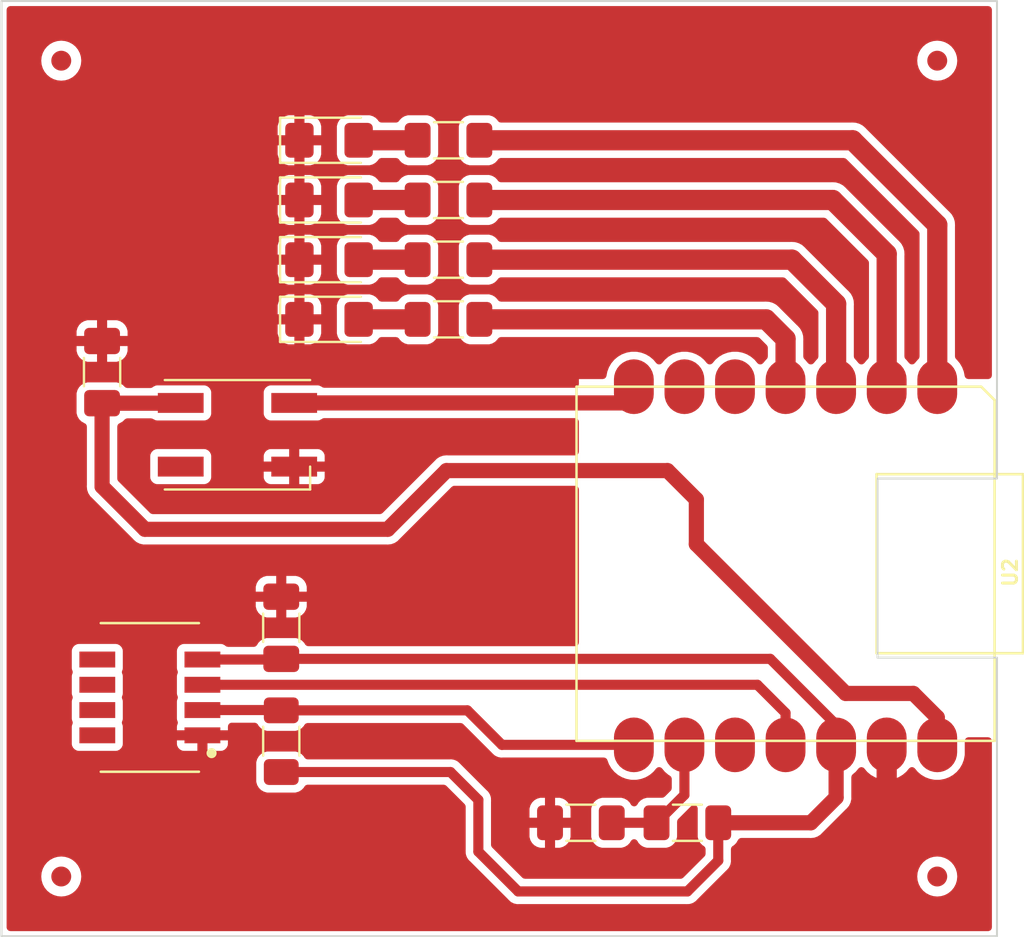
<source format=kicad_pcb>
(kicad_pcb (version 20221018) (generator pcbnew)
  (layers (0 "F.Cu" signal) (31 "B.Cu" signal) (34 "B.Paste" user) (35 "F.Paste" user) (36 "B.SilkS" user "B.Silkscreen") (37 "F.SilkS" user "F.Silkscreen") (38 "B.Mask" user) (39 "F.Mask" user) (44 "Edge.Cuts" user))
  (net 0 "")
  (net 1 "GND")
  (net 2 "VBUS")
  (net 3 "/DIN")
  (net 5 "Net-(D2-A)")
  (net 6 "Net-(D3-A)")
  (net 7 "Net-(D4-A)")
  (net 8 "Net-(D5-A)")
  (net 9 "/LED1")
  (net 10 "/LED2")
  (net 11 "/LED3")
  (net 12 "/A0")
  (net 13 "+3V3")
  (net 14 "/LED4")
  (net 15 "/SHT_DATA")
  (net 16 "/SHT_CLK")
  (net 17 "/SCL")
  (net 18 "/SDA")
  (footprint "Fiducial:Fiducial_1mm_Mask2mm" (layer "F.Cu") (at 128 65)
    (fp_text reference "FID1" hide)
    (fp_text value "Fiducial")
    (pad "" smd circle (at 0 0) (size 1 1) (layers "F.Cu" "F.Mask") (clearance 0.5))
  )
  (footprint "Resistor_SMD:R_1206_3216Metric_Pad1.30x1.75mm_HandSolder" (layer "F.Cu") (at 139.05 99.2 90)
    (fp_text reference "R7" hide)
    (fp_text value "10k")
    (fp_line (start -0.727064 -0.91) (end 0.727064 -0.91) (stroke (width 0.12)) (layer "F.SilkS"))
    (fp_line (start -0.727064 0.91) (end 0.727064 0.91) (stroke (width 0.12)) (layer "F.SilkS"))
    (pad "1" smd roundrect (at -1.55 0 90) (size 1.3 1.75) (layers "F.Cu" "F.Paste" "F.Mask") (roundrect_rratio 0.192308) (net 13 "+3V3"))
    (pad "2" smd roundrect (at 1.55 0 90) (size 1.3 1.75) (layers "F.Cu" "F.Paste" "F.Mask") (roundrect_rratio 0.192308) (net 15 "/SHT_DATA"))
  )
  (footprint "Resistor_SMD:R_1206_3216Metric_Pad1.30x1.75mm_HandSolder" (layer "F.Cu") (at 154.1 103.3)
    (fp_text reference "R5" hide)
    (fp_text value "10k")
    (fp_line (start -0.727064 -0.91) (end 0.727064 -0.91) (stroke (width 0.12)) (layer "F.SilkS"))
    (fp_line (start -0.727064 0.91) (end 0.727064 0.91) (stroke (width 0.12)) (layer "F.SilkS"))
    (pad "1" smd roundrect (at -1.55 0) (size 1.3 1.75) (layers "F.Cu" "F.Paste" "F.Mask") (roundrect_rratio 0.192308) (net 1 "GND"))
    (pad "2" smd roundrect (at 1.55 0) (size 1.3 1.75) (layers "F.Cu" "F.Paste" "F.Mask") (roundrect_rratio 0.192308) (net 12 "/A0"))
  )
  (footprint "Fiducial:Fiducial_1mm_Mask2mm" (layer "F.Cu") (at 172 65)
    (fp_text reference "FID2" hide)
    (fp_text value "Fiducial")
    (pad "" smd circle (at 0 0) (size 1 1) (layers "F.Cu" "F.Mask") (clearance 0.5))
  )
  (footprint "LED_SMD:LED_1206_3216Metric_Pad1.42x1.75mm_HandSolder" (layer "F.Cu") (at 141.45 72)
    (fp_text reference "D3" hide)
    (fp_text value "R")
    (fp_line (start -2.46 -1.135) (end -2.46 1.135) (stroke (width 0.12)) (layer "F.SilkS"))
    (fp_line (start -2.46 1.135) (end 1.6 1.135) (stroke (width 0.12)) (layer "F.SilkS"))
    (fp_line (start 1.6 -1.135) (end -2.46 -1.135) (stroke (width 0.12)) (layer "F.SilkS"))
    (pad "1" smd roundrect (at -1.4875 0) (size 1.425 1.75) (layers "F.Cu" "F.Paste" "F.Mask") (roundrect_rratio 0.175439) (net 1 "GND"))
    (pad "2" smd roundrect (at 1.4875 0) (size 1.425 1.75) (layers "F.Cu" "F.Paste" "F.Mask") (roundrect_rratio 0.175439) (net 6 "Net-(D3-A)"))
  )
  (footprint "Resistor_SMD:R_1206_3216Metric_Pad1.30x1.75mm_HandSolder" (layer "F.Cu") (at 147.45 69)
    (fp_text reference "R1" hide)
    (fp_text value "200")
    (fp_line (start -0.727064 -0.91) (end 0.727064 -0.91) (stroke (width 0.12)) (layer "F.SilkS"))
    (fp_line (start -0.727064 0.91) (end 0.727064 0.91) (stroke (width 0.12)) (layer "F.SilkS"))
    (pad "1" smd roundrect (at -1.55 0) (size 1.3 1.75) (layers "F.Cu" "F.Paste" "F.Mask") (roundrect_rratio 0.192308) (net 5 "Net-(D2-A)"))
    (pad "2" smd roundrect (at 1.55 0) (size 1.3 1.75) (layers "F.Cu" "F.Paste" "F.Mask") (roundrect_rratio 0.192308) (net 9 "/LED1"))
  )
  (footprint "Fiducial:Fiducial_1mm_Mask2mm" (layer "F.Cu") (at 172 106)
    (fp_text reference "FID4" hide)
    (fp_text value "Fiducial")
    (pad "" smd circle (at 0 0) (size 1 1) (layers "F.Cu" "F.Mask") (clearance 0.5))
  )
  (footprint "Resistor_SMD:R_1206_3216Metric_Pad1.30x1.75mm_HandSolder" (layer "F.Cu") (at 159.45 103.3)
    (fp_text reference "R4" hide)
    (fp_text value "10k")
    (fp_line (start -0.727064 -0.91) (end 0.727064 -0.91) (stroke (width 0.12)) (layer "F.SilkS"))
    (fp_line (start -0.727064 0.91) (end 0.727064 0.91) (stroke (width 0.12)) (layer "F.SilkS"))
    (pad "1" smd roundrect (at -1.55 0) (size 1.3 1.75) (layers "F.Cu" "F.Paste" "F.Mask") (roundrect_rratio 0.192308) (net 12 "/A0"))
    (pad "2" smd roundrect (at 1.55 0) (size 1.3 1.75) (layers "F.Cu" "F.Paste" "F.Mask") (roundrect_rratio 0.192308) (net 13 "+3V3"))
  )
  (footprint "Resistor_SMD:R_1206_3216Metric_Pad1.30x1.75mm_HandSolder" (layer "F.Cu") (at 147.45 72)
    (fp_text reference "R2" hide)
    (fp_text value "200")
    (fp_line (start -0.727064 -0.91) (end 0.727064 -0.91) (stroke (width 0.12)) (layer "F.SilkS"))
    (fp_line (start -0.727064 0.91) (end 0.727064 0.91) (stroke (width 0.12)) (layer "F.SilkS"))
    (pad "1" smd roundrect (at -1.55 0) (size 1.3 1.75) (layers "F.Cu" "F.Paste" "F.Mask") (roundrect_rratio 0.192308) (net 6 "Net-(D3-A)"))
    (pad "2" smd roundrect (at 1.55 0) (size 1.3 1.75) (layers "F.Cu" "F.Paste" "F.Mask") (roundrect_rratio 0.192308) (net 10 "/LED2"))
  )
  (footprint "Capacitor_SMD:C_1206_3216Metric_Pad1.33x1.80mm_HandSolder" (layer "F.Cu") (at 130.05 80.65 90)
    (fp_text reference "C2" hide)
    (fp_text value "10uF")
    (fp_line (start -0.711252 -0.91) (end 0.711252 -0.91) (stroke (width 0.12)) (layer "F.SilkS"))
    (fp_line (start -0.711252 0.91) (end 0.711252 0.91) (stroke (width 0.12)) (layer "F.SilkS"))
    (pad "1" smd roundrect (at -1.5625 0 90) (size 1.325 1.8) (layers "F.Cu" "F.Paste" "F.Mask") (roundrect_rratio 0.188679) (net 2 "VBUS"))
    (pad "2" smd roundrect (at 1.5625 0 90) (size 1.325 1.8) (layers "F.Cu" "F.Paste" "F.Mask") (roundrect_rratio 0.188679) (net 1 "GND"))
  )
  (footprint "LED_SMD:LED_1206_3216Metric_Pad1.42x1.75mm_HandSolder" (layer "F.Cu") (at 141.45 75)
    (fp_text reference "D4" hide)
    (fp_text value "R")
    (fp_line (start -2.46 -1.135) (end -2.46 1.135) (stroke (width 0.12)) (layer "F.SilkS"))
    (fp_line (start -2.46 1.135) (end 1.6 1.135) (stroke (width 0.12)) (layer "F.SilkS"))
    (fp_line (start 1.6 -1.135) (end -2.46 -1.135) (stroke (width 0.12)) (layer "F.SilkS"))
    (pad "1" smd roundrect (at -1.4875 0) (size 1.425 1.75) (layers "F.Cu" "F.Paste" "F.Mask") (roundrect_rratio 0.175439) (net 1 "GND"))
    (pad "2" smd roundrect (at 1.4875 0) (size 1.425 1.75) (layers "F.Cu" "F.Paste" "F.Mask") (roundrect_rratio 0.175439) (net 7 "Net-(D4-A)"))
  )
  (footprint "Resistor_SMD:R_1206_3216Metric_Pad1.30x1.75mm_HandSolder" (layer "F.Cu") (at 147.45 78)
    (fp_text reference "R6" hide)
    (fp_text value "200")
    (fp_line (start -0.727064 -0.91) (end 0.727064 -0.91) (stroke (width 0.12)) (layer "F.SilkS"))
    (fp_line (start -0.727064 0.91) (end 0.727064 0.91) (stroke (width 0.12)) (layer "F.SilkS"))
    (pad "1" smd roundrect (at -1.55 0) (size 1.3 1.75) (layers "F.Cu" "F.Paste" "F.Mask") (roundrect_rratio 0.192308) (net 8 "Net-(D5-A)"))
    (pad "2" smd roundrect (at 1.55 0) (size 1.3 1.75) (layers "F.Cu" "F.Paste" "F.Mask") (roundrect_rratio 0.192308) (net 14 "/LED4"))
  )
  (footprint "LED_SMD:LED_1206_3216Metric_Pad1.42x1.75mm_HandSolder" (layer "F.Cu") (at 141.45 78)
    (fp_text reference "D5" hide)
    (fp_text value "R")
    (fp_line (start -2.46 -1.135) (end -2.46 1.135) (stroke (width 0.12)) (layer "F.SilkS"))
    (fp_line (start -2.46 1.135) (end 1.6 1.135) (stroke (width 0.12)) (layer "F.SilkS"))
    (fp_line (start 1.6 -1.135) (end -2.46 -1.135) (stroke (width 0.12)) (layer "F.SilkS"))
    (pad "1" smd roundrect (at -1.4875 0) (size 1.425 1.75) (layers "F.Cu" "F.Paste" "F.Mask") (roundrect_rratio 0.175439) (net 1 "GND"))
    (pad "2" smd roundrect (at 1.4875 0) (size 1.425 1.75) (layers "F.Cu" "F.Paste" "F.Mask") (roundrect_rratio 0.175439) (net 8 "Net-(D5-A)"))
  )
  (footprint "LED_SMD:LED_SK6812_PLCC4_5.0x5.0mm_P3.2mm" (layer "F.Cu") (at 136.85 83.8)
    (fp_text reference "D1" hide)
    (fp_text value "SK6812")
    (fp_line (start -3.65 -2.75) (end 3.65 -2.75) (stroke (width 0.12)) (layer "F.SilkS"))
    (fp_line (start -3.65 2.75) (end 3.65 2.75) (stroke (width 0.12)) (layer "F.SilkS"))
    (fp_line (start 3.65 2.75) (end 3.65 1.6) (stroke (width 0.12)) (layer "F.SilkS"))
    (pad "1" smd rect (at 2.85 1.6) (size 2.3 1) (layers "F.Cu" "F.Paste" "F.Mask") (net 1 "GND"))
    (pad "2" smd rect (at 2.85 -1.6) (size 2.3 1) (layers "F.Cu" "F.Paste" "F.Mask") (net 3 "/DIN"))
    (pad "3" smd rect (at -2.85 -1.6) (size 2.3 1) (layers "F.Cu" "F.Paste" "F.Mask") (net 2 "VBUS"))
    (pad "4" smd rect (at -2.85 1.6) (size 2.3 1) (layers "F.Cu" "F.Paste" "F.Mask"))
  )
  (footprint "Mylib:DFN747X493X250-8N" (layer "F.Cu") (at 132.45 97 180)
    (fp_text reference "U1" hide)
    (fp_text value "SHT15")
    (fp_line (start -2.465 3.735) (end 2.465 3.735) (stroke (width 0.127)) (layer "F.SilkS"))
    (fp_line (start 2.465 -3.735) (end -2.465 -3.735) (stroke (width 0.127)) (layer "F.SilkS"))
    (fp_circle (center -3.1 -2.8) (end -2.846 -2.8) (fill solid) (layer "F.SilkS"))
    (pad "1" smd rect (at -2.64 -1.905 180) (size 1.8 0.8) (layers "F.Cu" "F.Paste" "F.Mask") (net 1 "GND"))
    (pad "2" smd rect (at -2.64 -0.635 180) (size 1.8 0.8) (layers "F.Cu" "F.Paste" "F.Mask") (net 15 "/SHT_DATA"))
    (pad "3" smd rect (at -2.64 0.635 180) (size 1.8 0.8) (layers "F.Cu" "F.Paste" "F.Mask") (net 16 "/SHT_CLK"))
    (pad "4" smd rect (at -2.64 1.905 180) (size 1.8 0.8) (layers "F.Cu" "F.Paste" "F.Mask") (net 13 "+3V3"))
    (pad "5" smd rect (at 2.64 1.905 180) (size 1.8 0.8) (layers "F.Cu" "F.Paste" "F.Mask"))
    (pad "6" smd rect (at 2.64 0.635 180) (size 1.8 0.8) (layers "F.Cu" "F.Paste" "F.Mask"))
    (pad "7" smd rect (at 2.64 -0.635 180) (size 1.8 0.8) (layers "F.Cu" "F.Paste" "F.Mask"))
    (pad "8" smd rect (at 2.64 -1.905 180) (size 1.8 0.8) (layers "F.Cu" "F.Paste" "F.Mask"))
  )
  (footprint "Mylib:MOUDLE14P-SMD-2.54-21X17.8MM" (layer "F.Cu") (at 153.88075 81.384 -90)
    (fp_text reference "U2" (at 9.3345 -21.7805 90) (layer "F.SilkS") (effects (font (size 0.7 0.7))))
    (fp_text value "MOUDLE-SEEEDUINO-XIAO")
    (fp_line (start 0 -20.3285) (end 0 0) (stroke (width 0.127)) (layer "F.SilkS"))
    (fp_line (start 0 0) (end 17.8 0) (stroke (width 0.127)) (layer "F.SilkS"))
    (fp_line (start 0.671541 -21) (end 0 -20.3285) (stroke (width 0.127)) (layer "F.SilkS"))
    (fp_line (start 4.396 -15.072) (end 4.396 -22.425) (stroke (width 0.127)) (layer "F.SilkS"))
    (fp_line (start 4.4 -22.424) (end 13.395 -22.424) (stroke (width 0.127)) (layer "F.SilkS"))
    (fp_line (start 13.395 -22.424) (end 13.395 -15.072) (stroke (width 0.127)) (layer "F.SilkS"))
    (fp_line (start 13.395 -15.072) (end 4.396 -15.072) (stroke (width 0.127)) (layer "F.SilkS"))
    (fp_line (start 17.8 -21) (end 0.671541 -21) (stroke (width 0.127)) (layer "F.SilkS"))
    (fp_line (start 17.8 0) (end 17.8 -21) (stroke (width 0.127)) (layer "F.SilkS"))
    (pad "1" smd roundrect (at 0 -18.12 270) (size 2.75 2) (layers "F.Cu" "F.Paste" "F.Mask") (roundrect_rratio 0.5) (net 9 "/LED1"))
    (pad "2" smd roundrect (at 0 -15.58 270) (size 2.75 2) (layers "F.Cu" "F.Paste" "F.Mask") (roundrect_rratio 0.5) (net 10 "/LED2"))
    (pad "3" smd roundrect (at 0 -13.04 270) (size 2.75 2) (layers "F.Cu" "F.Paste" "F.Mask") (roundrect_rratio 0.5) (net 11 "/LED3"))
    (pad "4" smd roundrect (at 0 -10.5 270) (size 2.75 2) (layers "F.Cu" "F.Paste" "F.Mask") (roundrect_rratio 0.5) (net 14 "/LED4"))
    (pad "5" smd roundrect (at 0 -7.96 270) (size 2.75 2) (layers "F.Cu" "F.Paste" "F.Mask") (roundrect_rratio 0.5) (net 18 "/SDA"))
    (pad "6" smd roundrect (at 0 -5.42 270) (size 2.75 2) (layers "F.Cu" "F.Paste" "F.Mask") (roundrect_rratio 0.5) (net 17 "/SCL"))
    (pad "7" smd roundrect (at 0 -2.88 270) (size 2.75 2) (layers "F.Cu" "F.Paste" "F.Mask") (roundrect_rratio 0.5) (net 3 "/DIN"))
    (pad "8" smd roundrect (at 18 -2.88 270) (size 2.75 2) (layers "F.Cu" "F.Paste" "F.Mask") (roundrect_rratio 0.5) (net 15 "/SHT_DATA"))
    (pad "9" smd roundrect (at 18 -5.42 270) (size 2.75 2) (layers "F.Cu" "F.Paste" "F.Mask") (roundrect_rratio 0.5) (net 12 "/A0"))
    (pad "10" smd roundrect (at 18 -7.96 270) (size 2.75 2) (layers "F.Cu" "F.Paste" "F.Mask") (roundrect_rratio 0.5))
    (pad "11" smd roundrect (at 18 -10.5 270) (size 2.75 2) (layers "F.Cu" "F.Paste" "F.Mask") (roundrect_rratio 0.5) (net 16 "/SHT_CLK"))
    (pad "12" smd roundrect (at 18 -13.04 270) (size 2.75 2) (layers "F.Cu" "F.Paste" "F.Mask") (roundrect_rratio 0.5) (net 13 "+3V3"))
    (pad "13" smd roundrect (at 18 -15.58 270) (size 2.75 2) (layers "F.Cu" "F.Paste" "F.Mask") (roundrect_rratio 0.5) (net 1 "GND"))
    (pad "14" smd roundrect (at 18 -18.12 270) (size 2.75 2) (layers "F.Cu" "F.Paste" "F.Mask") (roundrect_rratio 0.5) (net 2 "VBUS"))
    (zone (net 0) (net_name "") (layer "F.Cu") (connect_pads (clearance 0)) (min_thickness 0.01)
      (keepout (tracks not_allowed) (vias not_allowed) (pads not_allowed) (copperpour not_allowed) (footprints allowed))
      (fill (thermal_gap 0.508) (thermal_bridge_width 0.508))
      (polygon (pts (xy 157.05575 87.734) (xy 157.05575 93.449) (xy 154.51575 93.449) (xy 154.51575 87.734)))
    )
    (zone (net 0) (net_name "") (layer "F.Cu") (connect_pads (clearance 0)) (min_thickness 0.01)
      (keepout (tracks not_allowed) (vias not_allowed) (pads not_allowed) (copperpour not_allowed) (footprints allowed))
      (fill (thermal_gap 0.508) (thermal_bridge_width 0.508))
      (polygon (pts (xy 170.89875 85.067) (xy 170.89875 86.845) (xy 168.23175 86.845) (xy 168.23175 85.067)))
    )
    (zone (net 0) (net_name "") (layer "F.Cu") (connect_pads (clearance 0)) (min_thickness 0.01)
      (keepout (tracks not_allowed) (vias not_allowed) (pads not_allowed) (copperpour not_allowed) (footprints allowed))
      (fill (thermal_gap 0.508) (thermal_bridge_width 0.508))
      (polygon (pts (xy 170.89875 93.703) (xy 170.89875 95.481) (xy 168.23175 95.481) (xy 168.23175 93.703)))
    )
    (zone (net 0) (net_name "") (layer "F.Cu") (connect_pads (clearance 0)) (min_thickness 0.01)
      (keepout (tracks not_allowed) (vias not_allowed) (pads not_allowed) (copperpour not_allowed) (footprints allowed))
      (fill (thermal_gap 0.508) (thermal_bridge_width 0.508))
      (polygon (pts (xy 174.20075 87.734) (xy 174.20075 92.814) (xy 169.75575 92.814) (xy 169.75575 87.734)))
    )
    (zone (net 0) (net_name "") (layer "F.Cu") (connect_pads (clearance 0)) (min_thickness 0.01)
      (keepout (tracks not_allowed) (vias not_allowed) (pads not_allowed) (copperpour not_allowed) (footprints allowed))
      (fill (thermal_gap 0.508) (thermal_bridge_width 0.508))
      (polygon (pts (xy 174.96275 85.067) (xy 174.96275 86.845) (xy 172.29575 86.845) (xy 172.29575 85.067)))
    )
    (zone (net 0) (net_name "") (layer "F.Cu") (connect_pads (clearance 0)) (min_thickness 0.01)
      (keepout (tracks not_allowed) (vias not_allowed) (pads not_allowed) (copperpour not_allowed) (footprints allowed))
      (fill (thermal_gap 0.508) (thermal_bridge_width 0.508))
      (polygon (pts (xy 174.96275 93.703) (xy 174.96275 95.481) (xy 172.29575 95.481) (xy 172.29575 93.703)))
    )
  )
  (footprint "LED_SMD:LED_1206_3216Metric_Pad1.42x1.75mm_HandSolder" (layer "F.Cu") (at 141.45 69)
    (fp_text reference "D2" hide)
    (fp_text value "R")
    (fp_line (start -2.46 -1.135) (end -2.46 1.135) (stroke (width 0.12)) (layer "F.SilkS"))
    (fp_line (start -2.46 1.135) (end 1.6 1.135) (stroke (width 0.12)) (layer "F.SilkS"))
    (fp_line (start 1.6 -1.135) (end -2.46 -1.135) (stroke (width 0.12)) (layer "F.SilkS"))
    (pad "1" smd roundrect (at -1.4875 0) (size 1.425 1.75) (layers "F.Cu" "F.Paste" "F.Mask") (roundrect_rratio 0.175439) (net 1 "GND"))
    (pad "2" smd roundrect (at 1.4875 0) (size 1.425 1.75) (layers "F.Cu" "F.Paste" "F.Mask") (roundrect_rratio 0.175439) (net 5 "Net-(D2-A)"))
  )
  (footprint "Fiducial:Fiducial_1mm_Mask2mm" (layer "F.Cu") (at 128 106)
    (fp_text reference "FID3" hide)
    (fp_text value "Fiducial")
    (pad "" smd circle (at 0 0) (size 1 1) (layers "F.Cu" "F.Mask") (clearance 0.5))
  )
  (footprint "Capacitor_SMD:C_1206_3216Metric_Pad1.33x1.80mm_HandSolder" (layer "F.Cu") (at 139.05 93.5 90)
    (fp_text reference "C1" hide)
    (fp_text value "0.1uF")
    (fp_line (start -0.711252 -0.91) (end 0.711252 -0.91) (stroke (width 0.12)) (layer "F.SilkS"))
    (fp_line (start -0.711252 0.91) (end 0.711252 0.91) (stroke (width 0.12)) (layer "F.SilkS"))
    (pad "1" smd roundrect (at -1.5625 0 90) (size 1.325 1.8) (layers "F.Cu" "F.Paste" "F.Mask") (roundrect_rratio 0.188679) (net 13 "+3V3"))
    (pad "2" smd roundrect (at 1.5625 0 90) (size 1.325 1.8) (layers "F.Cu" "F.Paste" "F.Mask") (roundrect_rratio 0.188679) (net 1 "GND"))
  )
  (footprint "Resistor_SMD:R_1206_3216Metric_Pad1.30x1.75mm_HandSolder" (layer "F.Cu") (at 147.45 75)
    (fp_text reference "R3" hide)
    (fp_text value "200")
    (fp_line (start -0.727064 -0.91) (end 0.727064 -0.91) (stroke (width 0.12)) (layer "F.SilkS"))
    (fp_line (start -0.727064 0.91) (end 0.727064 0.91) (stroke (width 0.12)) (layer "F.SilkS"))
    (pad "1" smd roundrect (at -1.55 0) (size 1.3 1.75) (layers "F.Cu" "F.Paste" "F.Mask") (roundrect_rratio 0.192308) (net 7 "Net-(D4-A)"))
    (pad "2" smd roundrect (at 1.55 0) (size 1.3 1.75) (layers "F.Cu" "F.Paste" "F.Mask") (roundrect_rratio 0.192308) (net 11 "/LED3"))
  )
  (gr_poly (pts (xy 125 62) (xy 125 109) (xy 175 109) (xy 175 95) (xy 169 95) (xy 169 86) (xy 175 86) (xy 175 62)) (stroke (width 0.1)) (fill none) (layer "Edge.Cuts"))
  (segment (start 169.46075 99.384) (end 169.46075 102.33925) (width 1.016) (layer "F.Cu") (net 1))
  (segment (start 130.05 82.2125) (end 133.9875 82.2125) (width 0.762) (layer "F.Cu") (net 2))
  (segment (start 158.45 85.6) (end 147.35 85.6) (width 0.762) (layer "F.Cu") (net 2))
  (segment (start 130.05 86.4) (end 130.05 82.2125) (width 0.762) (layer "F.Cu") (net 2))
  (segment (start 133.9875 82.2125) (end 134 82.2) (width 0.762) (layer "F.Cu") (net 2))
  (segment (start 144.4 88.55) (end 132.2 88.55) (width 0.762) (layer "F.Cu") (net 2))
  (segment (start 159.9 89.3) (end 159.9 87.05) (width 0.762) (layer "F.Cu") (net 2))
  (segment (start 172.00075 99.384) (end 172.00075 98.00075) (width 0.762) (layer "F.Cu") (net 2))
  (segment (start 147.35 85.6) (end 144.4 88.55) (width 0.762) (layer "F.Cu") (net 2))
  (segment (start 132.2 88.55) (end 130.05 86.4) (width 0.762) (layer "F.Cu") (net 2))
  (segment (start 167.4 96.8) (end 159.9 89.3) (width 0.762) (layer "F.Cu") (net 2))
  (segment (start 170.8 96.8) (end 167.4 96.8) (width 0.762) (layer "F.Cu") (net 2))
  (segment (start 159.9 87.05) (end 158.45 85.6) (width 0.762) (layer "F.Cu") (net 2))
  (segment (start 172.00075 98.00075) (end 170.8 96.8) (width 0.762) (layer "F.Cu") (net 2))
  (segment (start 156.74175 82.2) (end 156.76075 82.219) (width 0.762) (layer "F.Cu") (net 3))
  (segment (start 139.7 82.2) (end 156.74175 82.2) (width 0.762) (layer "F.Cu") (net 3))
  (segment (start 145.9 69) (end 142.9375 69) (width 1.016) (layer "F.Cu") (net 5))
  (segment (start 142.9375 72) (end 145.9 72) (width 1.016) (layer "F.Cu") (net 6))
  (segment (start 142.9375 75) (end 145.9 75) (width 1.016) (layer "F.Cu") (net 7))
  (segment (start 145.9 78) (end 142.9375 78) (width 1.016) (layer "F.Cu") (net 8))
  (segment (start 172.00075 73.25075) (end 167.75 69) (width 1.016) (layer "F.Cu") (net 9))
  (segment (start 167.75 69) (end 149 69) (width 1.016) (layer "F.Cu") (net 9))
  (segment (start 172.00075 81.384) (end 172.00075 73.25075) (width 1.016) (layer "F.Cu") (net 9))
  (segment (start 166.75 72) (end 169.46075 74.71075) (width 1.016) (layer "F.Cu") (net 10))
  (segment (start 149 72) (end 166.75 72) (width 1.016) (layer "F.Cu") (net 10))
  (segment (start 169.46075 81.384) (end 169.46075 74.71075) (width 1.016) (layer "F.Cu") (net 10))
  (segment (start 149 75) (end 164.7 75) (width 1.016) (layer "F.Cu") (net 11))
  (segment (start 164.7 75) (end 166.92075 77.22075) (width 1.016) (layer "F.Cu") (net 11))
  (segment (start 166.92075 81.384) (end 166.92075 77.22075) (width 1.016) (layer "F.Cu") (net 11))
  (segment (start 155.65 103.3) (end 157.9 103.3) (width 0.508) (layer "F.Cu") (net 12))
  (segment (start 157.9 103.3) (end 159.30075 101.89925) (width 0.508) (layer "F.Cu") (net 12))
  (segment (start 159.30075 101.89925) (end 159.30075 99.384) (width 0.508) (layer "F.Cu") (net 12))
  (segment (start 166.92075 98.37075) (end 166.92075 99.384) (width 0.508) (layer "F.Cu") (net 13))
  (segment (start 165.65 103.3) (end 166.92075 102.02925) (width 0.762) (layer "F.Cu") (net 13))
  (segment (start 148.95 102.15) (end 148.95 104.75) (width 0.508) (layer "F.Cu") (net 13))
  (segment (start 139.05 95.0625) (end 163.6125 95.0625) (width 0.508) (layer "F.Cu") (net 13))
  (segment (start 150.95 106.75) (end 159.45 106.75) (width 0.508) (layer "F.Cu") (net 13))
  (segment (start 161 105.2) (end 161 103.3) (width 0.508) (layer "F.Cu") (net 13))
  (segment (start 159.45 106.75) (end 161 105.2) (width 0.508) (layer "F.Cu") (net 13))
  (segment (start 139.05 100.75) (end 147.55 100.75) (width 0.508) (layer "F.Cu") (net 13))
  (segment (start 163.6125 95.0625) (end 166.92075 98.37075) (width 0.508) (layer "F.Cu") (net 13))
  (segment (start 148.95 104.75) (end 150.95 106.75) (width 0.508) (layer "F.Cu") (net 13))
  (segment (start 147.55 100.75) (end 148.95 102.15) (width 0.508) (layer "F.Cu") (net 13))
  (segment (start 161.0375 103.3375) (end 161 103.3) (width 0.762) (layer "F.Cu") (net 13))
  (segment (start 135.09 95.095) (end 139.0175 95.095) (width 0.508) (layer "F.Cu") (net 13))
  (segment (start 161 103.3) (end 165.65 103.3) (width 0.762) (layer "F.Cu") (net 13))
  (segment (start 139.0175 95.095) (end 139.05 95.0625) (width 0.508) (layer "F.Cu") (net 13))
  (segment (start 166.92075 102.02925) (end 166.92075 99.384) (width 0.762) (layer "F.Cu") (net 13))
  (segment (start 163.4 78) (end 164.38075 78.98075) (width 1.016) (layer "F.Cu") (net 14))
  (segment (start 164.38075 78.98075) (end 164.38075 81.384) (width 1.016) (layer "F.Cu") (net 14))
  (segment (start 149 78) (end 163.4 78) (width 1.016) (layer "F.Cu") (net 14))
  (segment (start 135.09 97.635) (end 139.035 97.635) (width 0.508) (layer "F.Cu") (net 15))
  (segment (start 139.035 97.635) (end 139.05 97.65) (width 0.508) (layer "F.Cu") (net 15))
  (segment (start 148.4 97.65) (end 150.134 99.384) (width 0.508) (layer "F.Cu") (net 15))
  (segment (start 150.134 99.384) (end 156.76075 99.384) (width 0.508) (layer "F.Cu") (net 15))
  (segment (start 139.05 97.65) (end 148.4 97.65) (width 0.508) (layer "F.Cu") (net 15))
  (segment (start 164.38075 97.78075) (end 164.38075 99.384) (width 0.508) (layer "F.Cu") (net 16))
  (segment (start 162.965 96.365) (end 164.38075 97.78075) (width 0.508) (layer "F.Cu") (net 16))
  (segment (start 135.09 96.365) (end 162.965 96.365) (width 0.508) (layer "F.Cu") (net 16))
  (zone (net 1) (net_name "GND") (layer "F.Cu") (connect_pads (clearance 0.1524)) (min_thickness 0.381) (fill yes (thermal_gap 0.381) (thermal_bridge_width 0.508))
    (polygon (pts (xy 125 62) (xy 175 62) (xy 175 109) (xy 125 109)))
  )
  (zone (net 0) (net_name "") (layer "F.Cu") (connect_pads (clearance 0)) (min_thickness 0.25)
    (keepout (tracks allowed) (vias allowed) (pads allowed) (copperpour not_allowed) (footprints allowed))
    (fill (thermal_gap 0.5) (thermal_bridge_width 0.5))
    (polygon (pts (xy 154 81) (xy 175 81) (xy 175 99) (xy 154 99)))
  )
)
</source>
